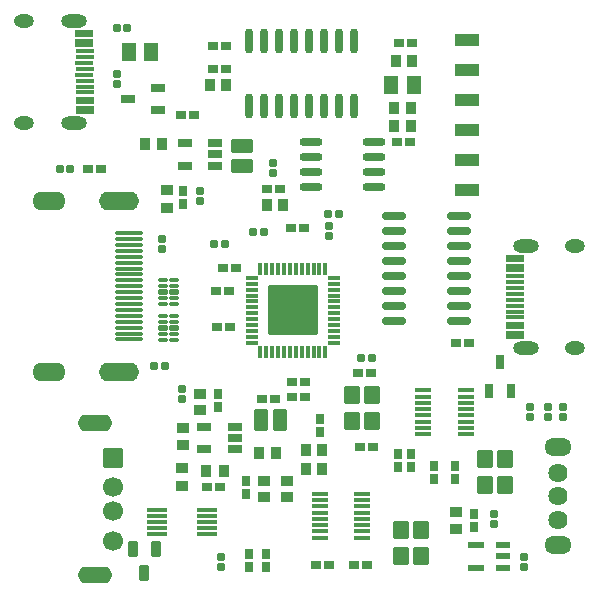
<source format=gts>
G04 Layer: TopSolderMaskLayer*
G04 EasyEDA Pro v2.2.27.1, 2024-09-30 12:04:34*
G04 Gerber Generator version 0.3*
G04 Scale: 100 percent, Rotated: No, Reflected: No*
G04 Dimensions in millimeters*
G04 Leading zeros omitted, absolute positions, 3 integers and 5 decimals*
%FSLAX35Y35*%
%MOMM*%
%AMRoundRect*1,1,$1,$2,$3*1,1,$1,$4,$5*1,1,$1,0-$2,0-$3*1,1,$1,0-$4,0-$5*20,1,$1,$2,$3,$4,$5,0*20,1,$1,$4,$5,0-$2,0-$3,0*20,1,$1,0-$2,0-$3,0-$4,0-$5,0*20,1,$1,0-$4,0-$5,$2,$3,0*4,1,4,$2,$3,$4,$5,0-$2,0-$3,0-$4,0-$5,$2,$3,0*%
%ADD10O,0.67559X2.13959*%
%ADD11RoundRect,0.09138X-0.40835X0.43712X0.40835X0.43712*%
%ADD12RoundRect,0.09387X-0.57013X0.69237X0.57013X0.69237*%
%ADD13RoundRect,0.07779X-0.61111X0.13612X0.61111X0.13612*%
%ADD14RoundRect,0.09424X-0.60368X-0.70368X-0.60368X0.70368*%
%ADD15RoundRect,0.08771X-0.27695X-0.28977X-0.27695X0.28977*%
%ADD16RoundRect,0.0977X0.27695X0.28977X0.27695X-0.28977*%
%ADD17RoundRect,0.08771X0.27695X0.28977X0.27695X-0.28977*%
%ADD18RoundRect,0.0977X2.05116X-2.05116X-2.05116X-2.05116*%
%ADD19O,0.38003X1.10002*%
%ADD20O,1.10002X0.38003*%
%ADD21O,2.5016X0.35161*%
%ADD22O,2.80162X1.6016*%
%ADD23O,3.40157X1.6016*%
%ADD24RoundRect,0.07604X-0.35314X-0.11311X-0.35314X0.11311*%
%ADD25RoundRect,0.08445X-0.34893X-0.20796X-0.34893X0.20796*%
%ADD26O,1.9666X0.7316*%
%ADD27RoundRect,0.08771X-0.40199X0.27695X0.40199X0.27695*%
%ADD28RoundRect,0.08771X-0.27695X-0.40199X-0.27695X0.40199*%
%ADD29RoundRect,0.08771X0.28977X-0.27695X-0.28977X-0.27695*%
%ADD30RoundRect,0.08771X0.28977X-0.27695X-0.28977X-0.27695*%
%ADD31RoundRect,0.08771X0.27695X0.40199X0.27695X-0.40199*%
%ADD32RoundRect,0.09131X-0.45514X-0.40514X-0.45514X0.40514*%
%ADD33RoundRect,0.09131X0.40514X-0.45514X-0.40514X-0.45514*%
%ADD34RoundRect,0.09138X0.43712X0.40835X0.43712X-0.40835*%
%ADD35RoundRect,0.09138X-0.43712X-0.40835X-0.43712X0.40835*%
%ADD36RoundRect,0.09131X-0.40514X0.43715X0.40514X0.43715*%
%ADD37RoundRect,0.08875X-0.50642X0.30643X0.50642X0.30643*%
%ADD38RoundRect,0.09302X-0.8643X-0.50429X-0.8643X0.50429*%
%ADD39RoundRect,0.09302X0.50429X-0.8643X-0.50429X-0.8643*%
%ADD40RoundRect,0.08671X-0.58594X-0.25244X-0.58594X0.25244*%
%ADD41RoundRect,0.08671X-0.59495X-0.25244X-0.59495X0.25244*%
%ADD42O,2.90002X1.40002*%
%ADD43C,1.70002*%
%ADD44RoundRect,0.09447X-0.80278X-0.80278X-0.80278X0.80278*%
%ADD45RoundRect,0.09424X0.60368X0.70368X0.60368X-0.70368*%
%ADD46O,1.72161X0.38161*%
%ADD47C,1.6256*%
%ADD48O,2.3016X1.5016*%
%ADD49RoundRect,0.08X0.735X0.16X0.735X-0.16*%
%ADD50O,1.7016X1.1016*%
%ADD51O,2.2016X1.1016*%
%ADD52RoundRect,0.08X-0.735X-0.16X-0.735X0.16*%
%ADD53RoundRect,0.08875X-0.54143X0.30643X0.54143X0.30643*%
%ADD54RoundRect,0.08875X0.30643X0.54143X0.30643X-0.54143*%
%ADD55RoundRect,0.09131X-0.40514X0.45514X0.40514X0.45514*%
%ADD56RoundRect,0.08771X0.40199X-0.27695X-0.40199X-0.27695*%
%ADD57RoundRect,0.09167X-1.00416X-0.50417X-1.00416X0.50417*%
%ADD58O,2.07259X0.70361*%
%ADD59RoundRect,0.09017X-0.35571X-0.63072X-0.35571X0.63072*%
G75*


G04 Pad Start*
G54D10*
G01X2058073Y4676062D03*
G01X2185073Y4676062D03*
G01X2312073Y4676062D03*
G01X2439073Y4676062D03*
G01X2566073Y4676062D03*
G01X2693073Y4676062D03*
G01X2820073Y4676062D03*
G01X2947073Y4676062D03*
G01X2058073Y5229884D03*
G01X2185073Y5229884D03*
G01X2312073Y5229884D03*
G01X2439073Y5229884D03*
G01X2566073Y5229884D03*
G01X2693073Y5229884D03*
G01X2820073Y5229884D03*
G01X2947073Y5229884D03*
G54D11*
G01X3428810Y4660873D03*
G01X3278137Y4660873D03*
G01X3428810Y4508473D03*
G01X3278137Y4508473D03*
G54D12*
G01X1034352Y5130773D03*
G01X1227595Y5130773D03*
G01X3256852Y4851373D03*
G01X3450095Y4851373D03*
G54D13*
G01X3529063Y2268269D03*
G01X3529063Y2215259D03*
G01X3529063Y2162275D03*
G01X3529063Y2109265D03*
G01X3529063Y2056281D03*
G01X3529063Y2003271D03*
G01X3529063Y1950261D03*
G01X3529063Y1897277D03*
G01X3889083Y1897277D03*
G01X3889083Y1950261D03*
G01X3889083Y2003271D03*
G01X3889083Y2056281D03*
G01X3889083Y2109265D03*
G01X3889083Y2162275D03*
G01X3889083Y2215259D03*
G01X3889083Y2268269D03*
G54D14*
G01X4225874Y1464766D03*
G01X4225874Y1684780D03*
G01X4055872Y1684780D03*
G01X4055872Y1464766D03*
G54D15*
G01X4432973Y2126055D03*
G01X4432973Y2039491D03*
G54D17*
G01X4585373Y2039491D03*
G01X4585373Y2126055D03*
G54D18*
G01X2426360Y2946360D03*
G54D19*
G01X2701374Y2596374D03*
G01X2651374Y2596374D03*
G01X2601374Y2596374D03*
G01X2551374Y2596374D03*
G01X2501374Y2596374D03*
G01X2451374Y2596374D03*
G01X2401372Y2596374D03*
G01X2351372Y2596374D03*
G01X2301372Y2596374D03*
G01X2251372Y2596374D03*
G01X2201372Y2596374D03*
G01X2151372Y2596374D03*
G54D20*
G01X2076374Y2671372D03*
G01X2076374Y2721372D03*
G01X2076374Y2771372D03*
G01X2076374Y2821372D03*
G01X2076374Y2871372D03*
G01X2076374Y2921372D03*
G01X2076374Y2971374D03*
G01X2076374Y3021374D03*
G01X2076374Y3071374D03*
G01X2076374Y3121374D03*
G01X2076374Y3171374D03*
G01X2076374Y3221374D03*
G54D19*
G01X2151372Y3296372D03*
G01X2201372Y3296372D03*
G01X2251372Y3296372D03*
G01X2301372Y3296372D03*
G01X2351372Y3296372D03*
G01X2401372Y3296372D03*
G01X2451374Y3296372D03*
G01X2501374Y3296372D03*
G01X2551374Y3296372D03*
G01X2601374Y3296372D03*
G01X2651374Y3296372D03*
G01X2701374Y3296372D03*
G54D20*
G01X2776372Y3221374D03*
G01X2776372Y3171374D03*
G01X2776372Y3121374D03*
G01X2776372Y3071374D03*
G01X2776372Y3021374D03*
G01X2776372Y2971374D03*
G01X2776372Y2921372D03*
G01X2776372Y2871372D03*
G01X2776372Y2821372D03*
G01X2776372Y2771372D03*
G01X2776372Y2721372D03*
G01X2776372Y2671372D03*
G54D21*
G01X1038794Y3149573D03*
G01X1038794Y3099560D03*
G01X1038794Y3049548D03*
G01X1038794Y2999535D03*
G01X1038794Y2949548D03*
G01X1038794Y2899535D03*
G01X1038794Y2849523D03*
G01X1038794Y2799510D03*
G01X1038794Y2749498D03*
G01X1038794Y2699485D03*
G01X1038794Y3199586D03*
G01X1038794Y3249598D03*
G01X1038794Y3299611D03*
G01X1038794Y3349598D03*
G01X1038794Y3399611D03*
G01X1038794Y3449623D03*
G01X1038794Y3499636D03*
G01X1038794Y3549648D03*
G01X1038794Y3599661D03*
G54D22*
G01X359547Y2424581D03*
G01X359547Y3874565D03*
G54D23*
G01X955558Y2424581D03*
G01X955558Y3874565D03*
G54D24*
G01X1328331Y2693897D03*
G01X1328331Y2743935D03*
G54D25*
G01X1328331Y2793973D03*
G54D24*
G01X1328331Y2844011D03*
G01X1328331Y2894049D03*
G01X1416215Y2894049D03*
G01X1416215Y2844011D03*
G54D25*
G01X1416215Y2793973D03*
G54D24*
G01X1416215Y2743935D03*
G01X1416215Y2693897D03*
G01X1328331Y2998697D03*
G01X1328331Y3048735D03*
G54D25*
G01X1328331Y3098773D03*
G54D24*
G01X1328331Y3148811D03*
G01X1328331Y3198849D03*
G01X1416215Y3198849D03*
G01X1416215Y3148811D03*
G54D25*
G01X1416215Y3098773D03*
G54D24*
G01X1416215Y3048735D03*
G01X1416215Y2998697D03*
G54D26*
G01X3113723Y3987773D03*
G01X3113723Y4114773D03*
G01X3113723Y4241773D03*
G01X3113723Y4368773D03*
G01X2577224Y3987773D03*
G01X2577224Y4114773D03*
G01X2577224Y4241773D03*
G01X2577224Y4368773D03*
G54D27*
G01X2531682Y2209773D03*
G01X2422665Y2209773D03*
G01X2531682Y2336773D03*
G01X2422665Y2336773D03*
G01X2518982Y3644873D03*
G01X2409965Y3644873D03*
G54D28*
G01X2032673Y1502281D03*
G01X2032673Y1393265D03*
G54D27*
G01X1947482Y3301973D03*
G01X1838465Y3301973D03*
G54D28*
G01X2654973Y2022981D03*
G01X2654973Y1913965D03*
G54D27*
G01X1883982Y3111473D03*
G01X1774965Y3111473D03*
G01X2277682Y2197073D03*
G01X2168665Y2197073D03*
G54D28*
G01X1791373Y2238881D03*
G01X1791373Y2129865D03*
G54D27*
G01X1896682Y2806673D03*
G01X1787665Y2806673D03*
G01X2315782Y3975073D03*
G01X2206765Y3975073D03*
G54D29*
G01X1760792Y3505173D03*
G01X1847355Y3505173D03*
G01X452692Y4140173D03*
G01X539255Y4140173D03*
G54D17*
G01X1321473Y3461891D03*
G01X1321473Y3548455D03*
G54D30*
G01X3005392Y2539973D03*
G01X3091955Y2539973D03*
G54D29*
G01X2725992Y3759173D03*
G01X2812555Y3759173D03*
G54D15*
G01X2731173Y3662755D03*
G01X2731173Y3576191D03*
G54D17*
G01X2261273Y4109591D03*
G01X2261273Y4196155D03*
G54D27*
G01X1807782Y1447773D03*
G01X1698765Y1447773D03*
G54D31*
G01X1499273Y3844365D03*
G01X1499273Y3953381D03*
G54D28*
G01X3963073Y1222881D03*
G01X3963073Y1113865D03*
G54D32*
G01X1638973Y2241675D03*
G01X1638973Y2101671D03*
G01X3810673Y1238375D03*
G01X3810673Y1098371D03*
G54D33*
G01X2534171Y1600173D03*
G01X2674176Y1600173D03*
G01X2534171Y1765273D03*
G01X2674176Y1765273D03*
G54D32*
G01X2185073Y1505075D03*
G01X2185073Y1365071D03*
G01X2375573Y1505075D03*
G01X2375573Y1365071D03*
G54D11*
G01X1841310Y1587473D03*
G01X1690637Y1587473D03*
G54D34*
G01X1486573Y1461337D03*
G01X1486573Y1612009D03*
G54D35*
G01X1359573Y3961509D03*
G01X1359573Y3810837D03*
G54D36*
G01X2343963Y3835373D03*
G01X2203983Y3835373D03*
G54D37*
G01X1674063Y1771877D03*
G01X1674063Y1961869D03*
G01X1934083Y1961869D03*
G01X1934083Y1866873D03*
G01X1934083Y1771877D03*
G01X1508963Y4172177D03*
G01X1508963Y4362169D03*
G01X1768983Y4362169D03*
G01X1768983Y4267173D03*
G01X1768983Y4172177D03*
G54D38*
G01X1994573Y4337277D03*
G01X1994573Y4171669D03*
G54D39*
G01X2153069Y2019273D03*
G01X2318677Y2019273D03*
G54D40*
G01X4205440Y768577D03*
G01X4205440Y863573D03*
G01X4205440Y958569D03*
G54D41*
G01X3974706Y958569D03*
G01X3974706Y768577D03*
G54D42*
G01X751167Y701178D03*
G01X751167Y1991168D03*
G54D43*
G01X901179Y996174D03*
G01X901179Y1246161D03*
G01X901179Y1446160D03*
G54D44*
G01X901179Y1696172D03*
G54D13*
G01X2652763Y1391969D03*
G01X2652763Y1338959D03*
G01X2652763Y1285975D03*
G01X2652763Y1232965D03*
G01X2652763Y1179981D03*
G01X2652763Y1126971D03*
G01X2652763Y1073961D03*
G01X2652763Y1020977D03*
G01X3012783Y1020977D03*
G01X3012783Y1073961D03*
G01X3012783Y1126971D03*
G01X3012783Y1179981D03*
G01X3012783Y1232965D03*
G01X3012783Y1285975D03*
G01X3012783Y1338959D03*
G01X3012783Y1391969D03*
G54D45*
G01X3344672Y1087880D03*
G01X3344672Y867866D03*
G01X3514674Y867866D03*
G01X3514674Y1087880D03*
G54D46*
G01X1275575Y1255673D03*
G01X1275575Y1205660D03*
G01X1275575Y1155673D03*
G01X1275575Y1105660D03*
G01X1275575Y1055673D03*
G01X1697571Y1255673D03*
G01X1697571Y1205660D03*
G01X1697571Y1155673D03*
G01X1697571Y1105660D03*
G01X1697571Y1055673D03*
G54D47*
G01X4674273Y1171573D03*
G01X4674273Y1371573D03*
G01X4674273Y1571573D03*
G54D48*
G01X4674273Y1786584D03*
G01X4674273Y956562D03*
G54D29*
G01X935292Y5333973D03*
G01X1021855Y5333973D03*
G54D15*
G01X940473Y4945455D03*
G01X940473Y4858891D03*
G54D49*
G01X661670Y5303163D03*
G01X661670Y5274461D03*
G01X661416Y5224372D03*
G01X661416Y5195670D03*
G01X661822Y5140679D03*
G01X661822Y5090666D03*
G01X661670Y5040679D03*
G01X661822Y4990667D03*
G01X661670Y4940679D03*
G01X661822Y4890667D03*
G01X661822Y4840705D03*
G01X661822Y4790667D03*
G01X661822Y4735676D03*
G01X661822Y4706974D03*
G01X661822Y4656860D03*
G01X661822Y4628183D03*
G54D50*
G01X152324Y5397676D03*
G01X152324Y4533670D03*
G54D51*
G01X570332Y4533670D03*
G01X570306Y5397676D03*
G54D52*
G01X4305376Y2723183D03*
G01X4305376Y2751885D03*
G01X4305630Y2801974D03*
G01X4305630Y2830676D03*
G01X4305224Y2885667D03*
G01X4305224Y2935680D03*
G01X4305376Y2985667D03*
G01X4305224Y3035679D03*
G01X4305376Y3085667D03*
G01X4305224Y3135679D03*
G01X4305224Y3185641D03*
G01X4305224Y3235679D03*
G01X4305224Y3290670D03*
G01X4305224Y3319372D03*
G01X4305224Y3369486D03*
G01X4305224Y3398163D03*
G54D50*
G01X4814722Y2628670D03*
G01X4814722Y3492676D03*
G54D51*
G01X4396715Y3492676D03*
G01X4396740Y2628670D03*
G54D53*
G01X1279881Y4642077D03*
G01X1279881Y4832069D03*
G01X1032866Y4737073D03*
G54D54*
G01X4083977Y2264066D03*
G01X4273969Y2264066D03*
G01X4178973Y2511081D03*
G54D17*
G01X1638973Y3868291D03*
G01X1638973Y3954855D03*
G54D55*
G01X1861376Y4851373D03*
G01X1721371Y4851373D03*
G01X3436176Y5054573D03*
G01X3296171Y5054573D03*
G54D32*
G01X1499273Y1949575D03*
G01X1499273Y1809571D03*
G54D55*
G01X1315276Y4356073D03*
G01X1175271Y4356073D03*
G54D33*
G01X2140471Y1739873D03*
G01X2280476Y1739873D03*
G54D56*
G01X2981465Y2412973D03*
G01X3090482Y2412973D03*
G54D17*
G01X1486573Y2191891D03*
G01X1486573Y2278455D03*
G54D29*
G01X2090992Y3606773D03*
G01X2177555Y3606773D03*
G54D56*
G01X2994165Y1790673D03*
G01X3103182Y1790673D03*
G54D29*
G01X1252792Y2476473D03*
G01X1339355Y2476473D03*
G54D17*
G01X4712373Y2039491D03*
G01X4712373Y2126055D03*
G54D57*
G01X3899573Y3962373D03*
G01X3899573Y4216373D03*
G01X3899573Y4470373D03*
G01X3899573Y4724373D03*
G01X3899573Y4978373D03*
G01X3899573Y5232373D03*
G54D58*
G01X3283115Y3746473D03*
G01X3283115Y3619473D03*
G01X3283115Y3492473D03*
G01X3283115Y3365473D03*
G01X3283115Y3238473D03*
G01X3283115Y3111473D03*
G01X3283115Y2984473D03*
G01X3283115Y2857473D03*
G01X3830231Y3746473D03*
G01X3830231Y3619473D03*
G01X3830231Y3492473D03*
G01X3830231Y3365473D03*
G01X3830231Y3238473D03*
G01X3830231Y3111473D03*
G01X3830231Y2984473D03*
G01X3830231Y2857473D03*
G54D59*
G01X1264069Y925473D03*
G01X1074077Y925473D03*
G01X1169073Y725473D03*
G54D17*
G01X4128173Y1137791D03*
G01X4128173Y1224355D03*
G54D15*
G01X1816773Y856055D03*
G01X1816773Y769491D03*
G01X4382173Y856055D03*
G01X4382173Y769491D03*
G54D31*
G01X3429673Y1621865D03*
G01X3429673Y1730881D03*
G54D28*
G01X2058073Y879981D03*
G01X2058073Y770965D03*
G01X2197773Y879981D03*
G01X2197773Y770965D03*
G54D31*
G01X3315373Y1621865D03*
G01X3315373Y1730881D03*
G54D56*
G01X695465Y4140173D03*
G01X804482Y4140173D03*
G01X1482865Y4597373D03*
G01X1591882Y4597373D03*
G54D27*
G01X3915982Y2666973D03*
G01X3806965Y2666973D03*
G01X1858582Y5181573D03*
G01X1749565Y5181573D03*
G54D56*
G01X1749565Y4991073D03*
G01X1858582Y4991073D03*
G01X3311665Y4368773D03*
G01X3420682Y4368773D03*
G01X3324365Y5206973D03*
G01X3433382Y5206973D03*
G54D31*
G01X3620173Y1520265D03*
G01X3620173Y1629281D03*
G01X3797973Y1520265D03*
G01X3797973Y1629281D03*
G54D56*
G01X2943365Y787373D03*
G01X3052382Y787373D03*
G54D27*
G01X2734882Y787373D03*
G01X2625865Y787373D03*
G54D14*
G01X3095574Y2010866D03*
G01X3095574Y2230880D03*
G01X2925572Y2230880D03*
G01X2925572Y2010866D03*
G04 Pad End*

M02*


</source>
